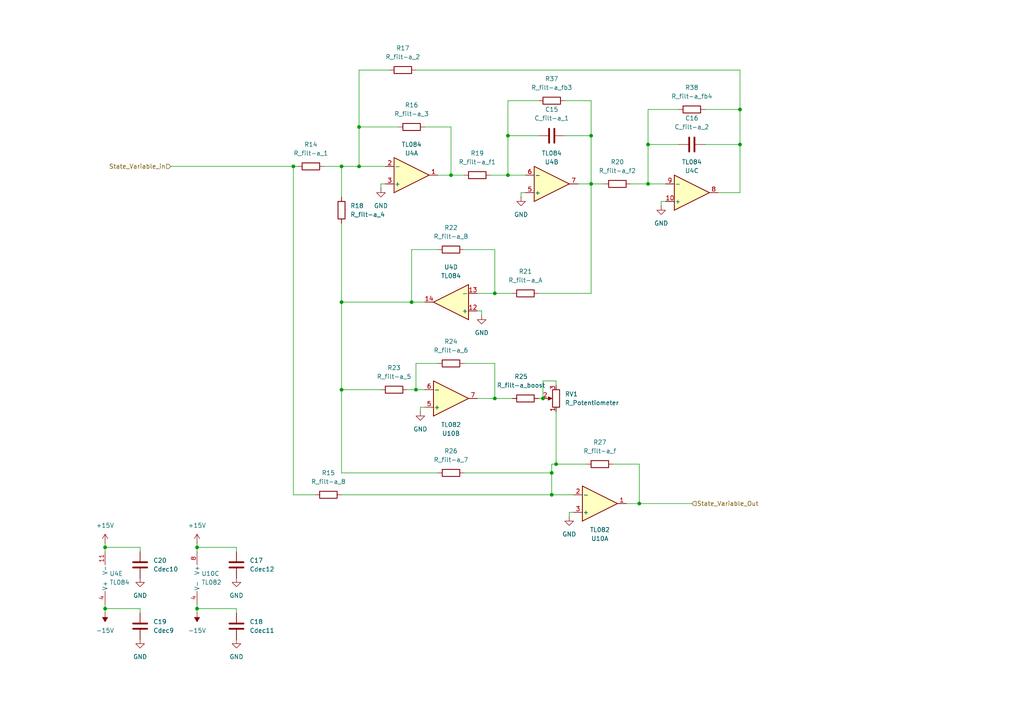
<source format=kicad_sch>
(kicad_sch (version 20231120) (generator "eeschema") (generator_version "8.0")
  (paper "A4")
  (lib_symbols
    (symbol "Amplifier_Operational:TL082" (pin_names (offset 0.127))
      (property "Reference" "U" (at 0 5.08 0))
      (property "Value" "TL082" (at 0 -5.08 0))
      (symbol "TL082_1_1"
        (polyline (pts (xy -5.08 5.08) (xy 5.08 0) (xy -5.08 -5.08) (xy -5.08 5.08)) (stroke (width 0.254)) (fill (type background)))
        (pin output line (at 7.62 0 180) (length 2.54) (name "~") (number "1"))
        (pin input line (at -7.62 -2.54 0) (length 2.54) (name "-") (number "2"))
        (pin input line (at -7.62 2.54 0) (length 2.54) (name "+") (number "3"))
      )
      (symbol "TL082_2_1"
        (polyline (pts (xy -5.08 5.08) (xy 5.08 0) (xy -5.08 -5.08) (xy -5.08 5.08)) (stroke (width 0.254)) (fill (type background)))
        (pin input line (at -7.62 2.54 0) (length 2.54) (name "+") (number "5"))
        (pin input line (at -7.62 -2.54 0) (length 2.54) (name "-") (number "6"))
        (pin output line (at 7.62 0 180) (length 2.54) (name "~") (number "7"))
      )
      (symbol "TL082_3_1"
        (pin power_in line (at -2.54 -7.62 90) (length 3.81) (name "V-") (number "4"))
        (pin power_in line (at -2.54 7.62 270) (length 3.81) (name "V+") (number "8"))
      )
    )
    (symbol "Amplifier_Operational:TL084" (pin_names (offset 0.127))
      (property "Reference" "U" (at 0 5.08 0))
      (property "Value" "TL084" (at 0 -5.08 0))
      (symbol "TL084_1_1"
        (polyline (pts (xy -5.08 5.08) (xy 5.08 0) (xy -5.08 -5.08) (xy -5.08 5.08)) (stroke (width 0.254)) (fill (type background)))
        (pin output line (at 7.62 0 180) (length 2.54) (name "~") (number "1"))
        (pin input line (at -7.62 -2.54 0) (length 2.54) (name "-") (number "2"))
        (pin input line (at -7.62 2.54 0) (length 2.54) (name "+") (number "3"))
      )
      (symbol "TL084_2_1"
        (polyline (pts (xy -5.08 5.08) (xy 5.08 0) (xy -5.08 -5.08) (xy -5.08 5.08)) (stroke (width 0.254)) (fill (type background)))
        (pin input line (at -7.62 2.54 0) (length 2.54) (name "+") (number "5"))
        (pin input line (at -7.62 -2.54 0) (length 2.54) (name "-") (number "6"))
        (pin output line (at 7.62 0 180) (length 2.54) (name "~") (number "7"))
      )
      (symbol "TL084_3_1"
        (polyline (pts (xy -5.08 5.08) (xy 5.08 0) (xy -5.08 -5.08) (xy -5.08 5.08)) (stroke (width 0.254)) (fill (type background)))
        (pin input line (at -7.62 2.54 0) (length 2.54) (name "+") (number "10"))
        (pin output line (at 7.62 0 180) (length 2.54) (name "~") (number "8"))
        (pin input line (at -7.62 -2.54 0) (length 2.54) (name "-") (number "9"))
      )
      (symbol "TL084_4_1"
        (polyline (pts (xy -5.08 5.08) (xy 5.08 0) (xy -5.08 -5.08) (xy -5.08 5.08)) (stroke (width 0.254)) (fill (type background)))
        (pin input line (at -7.62 2.54 0) (length 2.54) (name "+") (number "12"))
        (pin input line (at -7.62 -2.54 0) (length 2.54) (name "-") (number "13"))
        (pin output line (at 7.62 0 180) (length 2.54) (name "~") (number "14"))
      )
      (symbol "TL084_5_1"
        (pin power_in line (at -2.54 -7.62 90) (length 3.81) (name "V-") (number "11"))
        (pin power_in line (at -2.54 7.62 270) (length 3.81) (name "V+") (number "4"))
      )
    )
    (symbol "Device:C" (pin_numbers hide) (pin_names (offset 0.254))
      (property "Reference" "C" (at 0.635 2.54 0))
      (property "Value" "C" (at 0.635 -2.54 0))
      (symbol "C_0_1"
        (polyline (pts (xy -2.032 -0.762) (xy 2.032 -0.762)) (stroke (width 0.508)))
        (polyline (pts (xy -2.032 0.762) (xy 2.032 0.762)) (stroke (width 0.508)))
      )
      (symbol "C_1_1"
        (pin passive line (at 0 3.81 270) (length 2.794) (name "~") (number "1"))
        (pin passive line (at 0 -3.81 90) (length 2.794) (name "~") (number "2"))
      )
    )
    (symbol "Device:R" (pin_numbers hide) (pin_names (offset 0))
      (property "Reference" "R" (at 2.032 0 90))
      (property "Value" "R" (at 0 0 90))
      (symbol "R_0_1"
        (rectangle (start -1.016 -2.54) (end 1.016 2.54) (stroke (width 0.254)))
      )
      (symbol "R_1_1"
        (pin passive line (at 0 3.81 270) (length 1.27) (name "~") (number "1"))
        (pin passive line (at 0 -3.81 90) (length 1.27) (name "~") (number "2"))
      )
    )
    (symbol "Device:R_Potentiometer" (pin_names (offset 1.016) hide)
      (property "Reference" "RV" (at -4.445 0 90))
      (property "Value" "R_Potentiometer" (at -2.54 0 90))
      (symbol "R_Potentiometer_0_1"
        (polyline (pts (xy 2.54 0) (xy 1.524 0)))
        (polyline (pts (xy 1.143 0) (xy 2.286 0.508) (xy 2.286 -0.508) (xy 1.143 0)) (fill (type outline)))
        (rectangle (start 1.016 2.54) (end -1.016 -2.54) (stroke (width 0.254)))
      )
      (symbol "R_Potentiometer_1_1"
        (pin passive line (at 0 3.81 270) (length 1.27) (name "1") (number "1"))
        (pin passive line (at 3.81 0 180) (length 1.27) (name "2") (number "2"))
        (pin passive line (at 0 -3.81 90) (length 1.27) (name "3") (number "3"))
      )
    )
    (symbol "power:+15V" (power) (pin_numbers hide) (pin_names (offset 0) hide)
      (property "Value" "+15V" (at 0 3.556 0))
      (symbol "+15V_0_1"
        (polyline (pts (xy -0.762 1.27) (xy 0 2.54)))
        (polyline (pts (xy 0 0) (xy 0 2.54)))
        (polyline (pts (xy 0 2.54) (xy 0.762 1.27)))
      )
      (symbol "+15V_1_1"
        (pin power_in line (at 0 0 90) (length 0) (name "~") (number "1"))
      )
    )
    (symbol "power:-15V" (power) (pin_numbers hide) (pin_names (offset 0) hide)
      (property "Value" "-15V" (at 0 3.556 0))
      (symbol "-15V_0_0"
        (pin power_in line (at 0 0 90) (length 0) (name "~") (number "1"))
      )
      (symbol "-15V_0_1"
        (polyline (pts (xy 0 0) (xy 0 1.27) (xy 0.762 1.27) (xy 0 2.54) (xy -0.762 1.27) (xy 0 1.27)) (fill (type outline)))
      )
    )
    (symbol "power:GND" (power) (pin_numbers hide) (pin_names (offset 0) hide)
      (property "Value" "GND" (at 0 -3.81 0))
      (symbol "GND_0_1"
        (polyline (pts (xy 0 0) (xy 0 -1.27) (xy 1.27 -1.27) (xy 0 -2.54) (xy -1.27 -1.27) (xy 0 -1.27)))
      )
      (symbol "GND_1_1"
        (pin power_in line (at 0 0 270) (length 0) (name "~") (number "1"))
      )
    )
  )
  (junction (at 104.14 36.83))
  (junction (at 214.63 31.75))
  (junction (at 160.02 143.51))
  (junction (at 57.15 176.53))
  (junction (at 99.06 48.26))
  (junction (at 30.48 176.53))
  (junction (at 171.45 39.37))
  (junction (at 143.51 85.09))
  (junction (at 30.48 158.75))
  (junction (at 120.65 113.03))
  (junction (at 160.02 137.16))
  (junction (at 130.81 50.8))
  (junction (at 157.48 115.57))
  (junction (at 187.96 53.34))
  (junction (at 187.96 41.91))
  (junction (at 161.29 134.62))
  (junction (at 57.15 158.75))
  (junction (at 99.06 87.63))
  (junction (at 85.09 48.26))
  (junction (at 99.06 113.03))
  (junction (at 104.14 48.26))
  (junction (at 171.45 53.34))
  (junction (at 147.32 50.8))
  (junction (at 143.51 115.57))
  (junction (at 119.38 87.63))
  (junction (at 147.32 39.37))
  (junction (at 185.42 146.05))
  (junction (at 214.63 41.91))
  (wire (pts (xy 40.64 158.75) (xy 30.48 158.75)))
  (wire (pts (xy 123.19 36.83) (xy 130.81 36.83)))
  (wire (pts (xy 113.03 20.32) (xy 104.14 20.32)))
  (wire (pts (xy 85.09 143.51) (xy 85.09 48.26)))
  (wire (pts (xy 214.63 20.32) (xy 214.63 31.75)))
  (wire (pts (xy 160.02 134.62) (xy 160.02 137.16)))
  (wire (pts (xy 187.96 53.34) (xy 193.04 53.34)))
  (wire (pts (xy 142.24 50.8) (xy 147.32 50.8)))
  (wire (pts (xy 99.06 137.16) (xy 99.06 113.03)))
  (wire (pts (xy 40.64 176.53) (xy 30.48 176.53)))
  (wire (pts (xy 143.51 85.09) (xy 148.59 85.09)))
  (wire (pts (xy 120.65 105.41) (xy 120.65 113.03)))
  (wire (pts (xy 30.48 176.53) (xy 30.48 175.26)))
  (wire (pts (xy 99.06 57.15) (xy 99.06 48.26)))
  (wire (pts (xy 68.58 158.75) (xy 57.15 158.75)))
  (wire (pts (xy 115.57 36.83) (xy 104.14 36.83)))
  (wire (pts (xy 99.06 48.26) (xy 104.14 48.26)))
  (wire (pts (xy 127 72.39) (xy 119.38 72.39)))
  (wire (pts (xy 171.45 85.09) (xy 171.45 53.34)))
  (wire (pts (xy 151.13 57.15) (xy 151.13 55.88)))
  (wire (pts (xy 143.51 72.39) (xy 143.51 85.09)))
  (wire (pts (xy 99.06 64.77) (xy 99.06 87.63)))
  (wire (pts (xy 214.63 41.91) (xy 214.63 55.88)))
  (wire (pts (xy 120.65 20.32) (xy 214.63 20.32)))
  (wire (pts (xy 134.62 137.16) (xy 160.02 137.16)))
  (wire (pts (xy 171.45 53.34) (xy 175.26 53.34)))
  (wire (pts (xy 130.81 50.8) (xy 134.62 50.8)))
  (wire (pts (xy 40.64 177.8) (xy 40.64 176.53)))
  (wire (pts (xy 147.32 39.37) (xy 147.32 50.8)))
  (wire (pts (xy 157.48 110.49) (xy 157.48 115.57)))
  (wire (pts (xy 127 137.16) (xy 99.06 137.16)))
  (wire (pts (xy 187.96 41.91) (xy 187.96 53.34)))
  (wire (pts (xy 171.45 39.37) (xy 171.45 53.34)))
  (wire (pts (xy 167.64 53.34) (xy 171.45 53.34)))
  (wire (pts (xy 57.15 157.48) (xy 57.15 158.75)))
  (wire (pts (xy 163.83 29.21) (xy 171.45 29.21)))
  (wire (pts (xy 157.48 115.57) (xy 156.21 115.57)))
  (wire (pts (xy 68.58 160.02) (xy 68.58 158.75)))
  (wire (pts (xy 139.7 91.44) (xy 139.7 90.17)))
  (wire (pts (xy 185.42 134.62) (xy 185.42 146.05)))
  (wire (pts (xy 165.1 149.86) (xy 165.1 148.59)))
  (wire (pts (xy 185.42 146.05) (xy 200.66 146.05)))
  (wire (pts (xy 121.92 119.38) (xy 121.92 118.11)))
  (wire (pts (xy 171.45 29.21) (xy 171.45 39.37)))
  (wire (pts (xy 104.14 36.83) (xy 104.14 48.26)))
  (wire (pts (xy 110.49 53.34) (xy 111.76 53.34)))
  (wire (pts (xy 99.06 87.63) (xy 119.38 87.63)))
  (wire (pts (xy 99.06 143.51) (xy 160.02 143.51)))
  (wire (pts (xy 127 105.41) (xy 120.65 105.41)))
  (wire (pts (xy 143.51 115.57) (xy 148.59 115.57)))
  (wire (pts (xy 182.88 53.34) (xy 187.96 53.34)))
  (wire (pts (xy 40.64 160.02) (xy 40.64 158.75)))
  (wire (pts (xy 30.48 157.48) (xy 30.48 158.75)))
  (wire (pts (xy 161.29 134.62) (xy 170.18 134.62)))
  (wire (pts (xy 143.51 105.41) (xy 143.51 115.57)))
  (wire (pts (xy 68.58 176.53) (xy 57.15 176.53)))
  (wire (pts (xy 147.32 29.21) (xy 147.32 39.37)))
  (wire (pts (xy 118.11 113.03) (xy 120.65 113.03)))
  (wire (pts (xy 147.32 50.8) (xy 152.4 50.8)))
  (wire (pts (xy 151.13 55.88) (xy 152.4 55.88)))
  (wire (pts (xy 30.48 158.75) (xy 30.48 160.02)))
  (wire (pts (xy 134.62 72.39) (xy 143.51 72.39)))
  (wire (pts (xy 156.21 29.21) (xy 147.32 29.21)))
  (wire (pts (xy 57.15 177.8) (xy 57.15 176.53)))
  (wire (pts (xy 68.58 177.8) (xy 68.58 176.53)))
  (wire (pts (xy 160.02 137.16) (xy 160.02 143.51)))
  (wire (pts (xy 119.38 72.39) (xy 119.38 87.63)))
  (wire (pts (xy 191.77 59.69) (xy 191.77 58.42)))
  (wire (pts (xy 110.49 113.03) (xy 99.06 113.03)))
  (wire (pts (xy 57.15 176.53) (xy 57.15 175.26)))
  (wire (pts (xy 156.21 85.09) (xy 171.45 85.09)))
  (wire (pts (xy 120.65 113.03) (xy 123.19 113.03)))
  (wire (pts (xy 110.49 54.61) (xy 110.49 53.34)))
  (wire (pts (xy 30.48 177.8) (xy 30.48 176.53)))
  (wire (pts (xy 143.51 115.57) (xy 138.43 115.57)))
  (wire (pts (xy 91.44 143.51) (xy 85.09 143.51)))
  (wire (pts (xy 104.14 48.26) (xy 111.76 48.26)))
  (wire (pts (xy 119.38 87.63) (xy 123.19 87.63)))
  (wire (pts (xy 165.1 148.59) (xy 166.37 148.59)))
  (wire (pts (xy 161.29 119.38) (xy 161.29 134.62)))
  (wire (pts (xy 161.29 110.49) (xy 157.48 110.49)))
  (wire (pts (xy 93.98 48.26) (xy 99.06 48.26)))
  (wire (pts (xy 130.81 36.83) (xy 130.81 50.8)))
  (wire (pts (xy 156.21 39.37) (xy 147.32 39.37)))
  (wire (pts (xy 204.47 31.75) (xy 214.63 31.75)))
  (wire (pts (xy 104.14 20.32) (xy 104.14 36.83)))
  (wire (pts (xy 127 50.8) (xy 130.81 50.8)))
  (wire (pts (xy 196.85 31.75) (xy 187.96 31.75)))
  (wire (pts (xy 163.83 39.37) (xy 171.45 39.37)))
  (wire (pts (xy 49.53 48.26) (xy 85.09 48.26)))
  (wire (pts (xy 161.29 111.76) (xy 161.29 110.49)))
  (wire (pts (xy 57.15 158.75) (xy 57.15 160.02)))
  (wire (pts (xy 85.09 48.26) (xy 86.36 48.26)))
  (wire (pts (xy 139.7 90.17) (xy 138.43 90.17)))
  (wire (pts (xy 177.8 134.62) (xy 185.42 134.62)))
  (wire (pts (xy 214.63 55.88) (xy 208.28 55.88)))
  (wire (pts (xy 134.62 105.41) (xy 143.51 105.41)))
  (wire (pts (xy 191.77 58.42) (xy 193.04 58.42)))
  (wire (pts (xy 196.85 41.91) (xy 187.96 41.91)))
  (wire (pts (xy 160.02 143.51) (xy 166.37 143.51)))
  (wire (pts (xy 160.02 134.62) (xy 161.29 134.62)))
  (wire (pts (xy 138.43 85.09) (xy 143.51 85.09)))
  (wire (pts (xy 185.42 146.05) (xy 181.61 146.05)))
  (wire (pts (xy 121.92 118.11) (xy 123.19 118.11)))
  (wire (pts (xy 214.63 31.75) (xy 214.63 41.91)))
  (wire (pts (xy 99.06 113.03) (xy 99.06 87.63)))
  (wire (pts (xy 204.47 41.91) (xy 214.63 41.91)))
  (wire (pts (xy 187.96 31.75) (xy 187.96 41.91)))
  (hierarchical_label "State_Variable_Out" (shape input) (at 200.66 146.05 0))
  (hierarchical_label "State_Variable_in" (shape input) (at 49.53 48.26 180))
  (symbol (lib_id "Amplifier_Operational:TL084") (at 119.38 50.8 0) (mirror x) (unit 1)
    (property "Reference" "U4" (at 119.38 44.45 0))
    (property "Value" "TL084" (at 119.38 41.91 0))
    (property "Footprint" "Package_DIP:CERDIP-14_W7.62mm_SideBrazed_LongPads_Socket" (effects (hide yes)))
    (property "Datasheet" "http://www.ti.com/lit/ds/symlink/tl081.pdf" (effects (hide yes)))
    (property "Description" "Quad JFET-Input Operational Amplifiers, DIP-14/SOIC-14/SSOP-14" (effects (hide yes)))
  )
  (symbol (lib_id "Device:C") (at 160.02 39.37 90) (unit 1)
    (property "Reference" "C15" (at 160.02 31.75 90))
    (property "Value" "C_filt-a_1" (at 160.02 34.29 90))
    (property "Footprint" "Capacitor_THT:C_Disc_D3.0mm_W1.6mm_P2.50mm" (effects (hide yes)))
    (property "Description" "Unpolarized capacitor" (effects (hide yes)))
  )
  (symbol (lib_id "power:GND") (at 191.77 59.69 0) (unit 1)
    (property "Reference" "#PWR021" (effects (hide yes)))
    (property "Value" "GND" (at 191.77 64.77 0))
    (property "Description" "Power symbol creates a global label with name \"GND\" , ground" (effects (hide yes)))
  )
  (symbol (lib_id "power:GND") (at 68.58 185.42 0) (unit 1)
    (property "Reference" "#PWR032" (effects (hide yes)))
    (property "Value" "GND" (at 68.58 190.5 0))
    (property "Description" "Power symbol creates a global label with name \"GND\" , ground" (effects (hide yes)))
  )
  (symbol (lib_id "Amplifier_Operational:TL084") (at 160.02 53.34 0) (mirror x) (unit 2)
    (property "Reference" "U4" (at 160.02 46.99 0))
    (property "Value" "TL084" (at 160.02 44.45 0))
    (property "Footprint" "Package_DIP:CERDIP-14_W7.62mm_SideBrazed_LongPads_Socket" (effects (hide yes)))
    (property "Datasheet" "http://www.ti.com/lit/ds/symlink/tl081.pdf" (effects (hide yes)))
    (property "Description" "Quad JFET-Input Operational Amplifiers, DIP-14/SOIC-14/SSOP-14" (effects (hide yes)))
  )
  (symbol (lib_id "power:+15V") (at 57.15 157.48 0) (unit 1)
    (property "Reference" "#PWR027" (effects (hide yes)))
    (property "Value" "+15V" (at 57.15 152.4 0))
    (property "Description" "Power symbol creates a global label with name \"+15V\"" (effects (hide yes)))
  )
  (symbol (lib_id "power:GND") (at 139.7 91.44 0) (unit 1)
    (property "Reference" "#PWR024" (effects (hide yes)))
    (property "Value" "GND" (at 139.7 96.52 0))
    (property "Description" "Power symbol creates a global label with name \"GND\" , ground" (effects (hide yes)))
  )
  (symbol (lib_id "Device:R") (at 160.02 29.21 90) (unit 1)
    (property "Reference" "R37" (at 160.02 22.86 90))
    (property "Value" "R_filt-a_fb3" (at 160.02 25.4 90))
    (property "Footprint" "Resistor_THT:R_Axial_DIN0207_L6.3mm_D2.5mm_P10.16mm_Horizontal" (effects (hide yes)))
    (property "Description" "Resistor" (effects (hide yes)))
  )
  (symbol (lib_id "Amplifier_Operational:TL082") (at 130.81 115.57 0) (mirror x) (unit 2)
    (property "Reference" "U10" (at 130.81 125.73 0))
    (property "Value" "TL082" (at 130.81 123.19 0))
    (property "Footprint" "Package_DIP:CERDIP-8_W7.62mm_SideBrazed_LongPads_Socket" (effects (hide yes)))
    (property "Datasheet" "http://www.ti.com/lit/ds/symlink/tl081.pdf" (effects (hide yes)))
    (property "Description" "Dual JFET-Input Operational Amplifiers, DIP-8/SOIC-8/SSOP-8" (effects (hide yes)))
  )
  (symbol (lib_id "Device:R") (at 99.06 60.96 180) (unit 1)
    (property "Reference" "R18" (at 101.6 59.6899 0) (effects (justify right)))
    (property "Value" "R_filt-a_4" (at 101.6 62.2299 0) (effects (justify right)))
    (property "Footprint" "Resistor_THT:R_Axial_DIN0207_L6.3mm_D2.5mm_P10.16mm_Horizontal" (effects (hide yes)))
    (property "Description" "Resistor" (effects (hide yes)))
  )
  (symbol (lib_id "Device:C") (at 68.58 181.61 180) (unit 1)
    (property "Reference" "C18" (at 72.39 180.3399 0) (effects (justify right)))
    (property "Value" "Cdec11" (at 72.39 182.8799 0) (effects (justify right)))
    (property "Footprint" "Capacitor_THT:C_Disc_D3.0mm_W1.6mm_P2.50mm" (effects (hide yes)))
    (property "Description" "Unpolarized capacitor" (effects (hide yes)))
  )
  (symbol (lib_id "power:GND") (at 151.13 57.15 0) (unit 1)
    (property "Reference" "#PWR022" (effects (hide yes)))
    (property "Value" "GND" (at 151.13 62.23 0))
    (property "Description" "Power symbol creates a global label with name \"GND\" , ground" (effects (hide yes)))
  )
  (symbol (lib_id "Device:R") (at 95.25 143.51 90) (unit 1)
    (property "Reference" "R15" (at 95.25 137.16 90))
    (property "Value" "R_filt-a_8" (at 95.25 139.7 90))
    (property "Footprint" "Resistor_THT:R_Axial_DIN0207_L6.3mm_D2.5mm_P10.16mm_Horizontal" (effects (hide yes)))
    (property "Description" "Resistor" (effects (hide yes)))
  )
  (symbol (lib_id "Device:R") (at 116.84 20.32 90) (unit 1)
    (property "Reference" "R17" (at 116.84 13.97 90))
    (property "Value" "R_filt-a_2" (at 116.84 16.51 90))
    (property "Footprint" "Resistor_THT:R_Axial_DIN0207_L6.3mm_D2.5mm_P10.16mm_Horizontal" (effects (hide yes)))
    (property "Description" "Resistor" (effects (hide yes)))
  )
  (symbol (lib_id "Device:C") (at 40.64 163.83 180) (unit 1)
    (property "Reference" "C20" (at 44.45 162.5599 0) (effects (justify right)))
    (property "Value" "Cdec10" (at 44.45 165.0999 0) (effects (justify right)))
    (property "Footprint" "Capacitor_THT:C_Disc_D3.0mm_W1.6mm_P2.50mm" (effects (hide yes)))
    (property "Description" "Unpolarized capacitor" (effects (hide yes)))
  )
  (symbol (lib_id "power:GND") (at 40.64 185.42 0) (unit 1)
    (property "Reference" "#PWR033" (effects (hide yes)))
    (property "Value" "GND" (at 40.64 190.5 0))
    (property "Description" "Power symbol creates a global label with name \"GND\" , ground" (effects (hide yes)))
  )
  (symbol (lib_id "power:GND") (at 40.64 167.64 0) (unit 1)
    (property "Reference" "#PWR034" (effects (hide yes)))
    (property "Value" "GND" (at 40.64 172.72 0))
    (property "Description" "Power symbol creates a global label with name \"GND\" , ground" (effects (hide yes)))
  )
  (symbol (lib_id "Device:R") (at 130.81 72.39 90) (unit 1)
    (property "Reference" "R22" (at 130.81 66.04 90))
    (property "Value" "R_filt-a_B" (at 130.81 68.58 90))
    (property "Footprint" "Resistor_THT:R_Axial_DIN0207_L6.3mm_D2.5mm_P10.16mm_Horizontal" (effects (hide yes)))
    (property "Description" "Resistor" (effects (hide yes)))
  )
  (symbol (lib_id "Device:R") (at 138.43 50.8 90) (unit 1)
    (property "Reference" "R19" (at 138.43 44.45 90))
    (property "Value" "R_filt-a_f1" (at 138.43 46.99 90))
    (property "Footprint" "Resistor_THT:R_Axial_DIN0207_L6.3mm_D2.5mm_P10.16mm_Horizontal" (effects (hide yes)))
    (property "Description" "Resistor" (effects (hide yes)))
  )
  (symbol (lib_id "Device:R") (at 119.38 36.83 90) (unit 1)
    (property "Reference" "R16" (at 119.38 30.48 90))
    (property "Value" "R_filt-a_3" (at 119.38 33.02 90))
    (property "Footprint" "Resistor_THT:R_Axial_DIN0207_L6.3mm_D2.5mm_P10.16mm_Horizontal" (effects (hide yes)))
    (property "Description" "Resistor" (effects (hide yes)))
  )
  (symbol (lib_id "power:-15V") (at 30.48 177.8 180) (unit 1)
    (property "Reference" "#PWR029" (effects (hide yes)))
    (property "Value" "-15V" (at 30.48 182.88 0))
    (property "Description" "Power symbol creates a global label with name \"-15V\"" (effects (hide yes)))
  )
  (symbol (lib_id "power:-15V") (at 57.15 177.8 180) (unit 1)
    (property "Reference" "#PWR030" (effects (hide yes)))
    (property "Value" "-15V" (at 57.15 182.88 0))
    (property "Description" "Power symbol creates a global label with name \"-15V\"" (effects (hide yes)))
  )
  (symbol (lib_id "power:+15V") (at 30.48 157.48 0) (unit 1)
    (property "Reference" "#PWR028" (effects (hide yes)))
    (property "Value" "+15V" (at 30.48 152.4 0))
    (property "Description" "Power symbol creates a global label with name \"+15V\"" (effects (hide yes)))
  )
  (symbol (lib_id "Device:C") (at 68.58 163.83 180) (unit 1)
    (property "Reference" "C17" (at 72.39 162.5599 0) (effects (justify right)))
    (property "Value" "Cdec12" (at 72.39 165.0999 0) (effects (justify right)))
    (property "Footprint" "Capacitor_THT:C_Disc_D3.0mm_W1.6mm_P2.50mm" (effects (hide yes)))
    (property "Description" "Unpolarized capacitor" (effects (hide yes)))
  )
  (symbol (lib_id "power:GND") (at 110.49 54.61 0) (unit 1)
    (property "Reference" "#PWR023" (effects (hide yes)))
    (property "Value" "GND" (at 110.49 59.69 0))
    (property "Description" "Power symbol creates a global label with name \"GND\" , ground" (effects (hide yes)))
  )
  (symbol (lib_id "Device:R") (at 130.81 137.16 90) (unit 1)
    (property "Reference" "R26" (at 130.81 130.81 90))
    (property "Value" "R_filt-a_7" (at 130.81 133.35 90))
    (property "Footprint" "Resistor_THT:R_Axial_DIN0207_L6.3mm_D2.5mm_P10.16mm_Horizontal" (effects (hide yes)))
    (property "Description" "Resistor" (effects (hide yes)))
  )
  (symbol (lib_id "Device:R") (at 90.17 48.26 90) (unit 1)
    (property "Reference" "R14" (at 90.17 41.91 90))
    (property "Value" "R_filt-a_1" (at 90.17 44.45 90))
    (property "Footprint" "Resistor_THT:R_Axial_DIN0207_L6.3mm_D2.5mm_P10.16mm_Horizontal" (effects (hide yes)))
    (property "Description" "Resistor" (effects (hide yes)))
  )
  (symbol (lib_id "power:GND") (at 121.92 119.38 0) (unit 1)
    (property "Reference" "#PWR025" (effects (hide yes)))
    (property "Value" "GND" (at 121.92 124.46 0))
    (property "Description" "Power symbol creates a global label with name \"GND\" , ground" (effects (hide yes)))
  )
  (symbol (lib_id "Device:C") (at 200.66 41.91 90) (unit 1)
    (property "Reference" "C16" (at 200.66 34.29 90))
    (property "Value" "C_filt-a_2" (at 200.66 36.83 90))
    (property "Footprint" "Capacitor_THT:C_Disc_D3.0mm_W1.6mm_P2.50mm" (effects (hide yes)))
    (property "Description" "Unpolarized capacitor" (effects (hide yes)))
  )
  (symbol (lib_id "Amplifier_Operational:TL082") (at 173.99 146.05 0) (mirror x) (unit 1)
    (property "Reference" "U10" (at 173.99 156.21 0))
    (property "Value" "TL082" (at 173.99 153.67 0))
    (property "Footprint" "Package_DIP:CERDIP-8_W7.62mm_SideBrazed_LongPads_Socket" (effects (hide yes)))
    (property "Datasheet" "http://www.ti.com/lit/ds/symlink/tl081.pdf" (effects (hide yes)))
    (property "Description" "Dual JFET-Input Operational Amplifiers, DIP-8/SOIC-8/SSOP-8" (effects (hide yes)))
  )
  (symbol (lib_id "Device:C") (at 40.64 181.61 180) (unit 1)
    (property "Reference" "C19" (at 44.45 180.3399 0) (effects (justify right)))
    (property "Value" "Cdec9" (at 44.45 182.8799 0) (effects (justify right)))
    (property "Footprint" "Capacitor_THT:C_Disc_D3.0mm_W1.6mm_P2.50mm" (effects (hide yes)))
    (property "Description" "Unpolarized capacitor" (effects (hide yes)))
  )
  (symbol (lib_id "Device:R_Potentiometer") (at 161.29 115.57 180) (unit 1)
    (property "Reference" "RV1" (at 163.83 114.2999 0) (effects (justify right)))
    (property "Value" "R_Potentiometer" (at 163.83 116.8399 0) (effects (justify right)))
    (property "Footprint" "Custom_parts:Trim Pot" (effects (hide yes)))
    (property "Description" "Potentiometer" (effects (hide yes)))
  )
  (symbol (lib_id "Device:R") (at 179.07 53.34 90) (unit 1)
    (property "Reference" "R20" (at 179.07 46.99 90))
    (property "Value" "R_filt-a_f2" (at 179.07 49.53 90))
    (property "Footprint" "Resistor_THT:R_Axial_DIN0207_L6.3mm_D2.5mm_P10.16mm_Horizontal" (effects (hide yes)))
    (property "Description" "Resistor" (effects (hide yes)))
  )
  (symbol (lib_id "Amplifier_Operational:TL082") (at 59.69 167.64 0) (unit 3)
    (property "Reference" "U10" (at 58.42 166.3699 0) (effects (justify left)))
    (property "Value" "TL082" (at 58.42 168.9099 0) (effects (justify left)))
    (property "Footprint" "Package_DIP:CERDIP-8_W7.62mm_SideBrazed_LongPads_Socket" (effects (hide yes)))
    (property "Datasheet" "http://www.ti.com/lit/ds/symlink/tl081.pdf" (effects (hide yes)))
    (property "Description" "Dual JFET-Input Operational Amplifiers, DIP-8/SOIC-8/SSOP-8" (effects (hide yes)))
  )
  (symbol (lib_id "Device:R") (at 173.99 134.62 90) (unit 1)
    (property "Reference" "R27" (at 173.99 128.27 90))
    (property "Value" "R_filt-a_f" (at 173.99 130.81 90))
    (property "Footprint" "Resistor_THT:R_Axial_DIN0207_L6.3mm_D2.5mm_P10.16mm_Horizontal" (effects (hide yes)))
    (property "Description" "Resistor" (effects (hide yes)))
  )
  (symbol (lib_id "power:GND") (at 68.58 167.64 0) (unit 1)
    (property "Reference" "#PWR031" (effects (hide yes)))
    (property "Value" "GND" (at 68.58 172.72 0))
    (property "Description" "Power symbol creates a global label with name \"GND\" , ground" (effects (hide yes)))
  )
  (symbol (lib_id "Device:R") (at 200.66 31.75 90) (unit 1)
    (property "Reference" "R38" (at 200.66 25.4 90))
    (property "Value" "R_filt-a_fb4" (at 200.66 27.94 90))
    (property "Footprint" "Resistor_THT:R_Axial_DIN0207_L6.3mm_D2.5mm_P10.16mm_Horizontal" (effects (hide yes)))
    (property "Description" "Resistor" (effects (hide yes)))
  )
  (symbol (lib_id "Device:R") (at 152.4 85.09 90) (unit 1)
    (property "Reference" "R21" (at 152.4 78.74 90))
    (property "Value" "R_filt-a_A" (at 152.4 81.28 90))
    (property "Footprint" "Resistor_THT:R_Axial_DIN0207_L6.3mm_D2.5mm_P10.16mm_Horizontal" (effects (hide yes)))
    (property "Description" "Resistor" (effects (hide yes)))
  )
  (symbol (lib_id "Device:R") (at 114.3 113.03 90) (unit 1)
    (property "Reference" "R23" (at 114.3 106.68 90))
    (property "Value" "R_filt-a_5" (at 114.3 109.22 90))
    (property "Footprint" "Resistor_THT:R_Axial_DIN0207_L6.3mm_D2.5mm_P10.16mm_Horizontal" (effects (hide yes)))
    (property "Description" "Resistor" (effects (hide yes)))
  )
  (symbol (lib_id "Device:R") (at 130.81 105.41 90) (unit 1)
    (property "Reference" "R24" (at 130.81 99.06 90))
    (property "Value" "R_filt-a_6" (at 130.81 101.6 90))
    (property "Footprint" "Resistor_THT:R_Axial_DIN0207_L6.3mm_D2.5mm_P10.16mm_Horizontal" (effects (hide yes)))
    (property "Description" "Resistor" (effects (hide yes)))
  )
  (symbol (lib_id "power:GND") (at 165.1 149.86 0) (unit 1)
    (property "Reference" "#PWR026" (effects (hide yes)))
    (property "Value" "GND" (at 165.1 154.94 0))
    (property "Description" "Power symbol creates a global label with name \"GND\" , ground" (effects (hide yes)))
  )
  (symbol (lib_id "Amplifier_Operational:TL084") (at 130.81 87.63 180) (unit 4)
    (property "Reference" "U4" (at 130.81 77.47 0))
    (property "Value" "TL084" (at 130.81 80.01 0))
    (property "Footprint" "Package_DIP:CERDIP-14_W7.62mm_SideBrazed_LongPads_Socket" (effects (hide yes)))
    (property "Datasheet" "http://www.ti.com/lit/ds/symlink/tl081.pdf" (effects (hide yes)))
    (property "Description" "Quad JFET-Input Operational Amplifiers, DIP-14/SOIC-14/SSOP-14" (effects (hide yes)))
  )
  (symbol (lib_id "Device:R") (at 152.4 115.57 90) (unit 1)
    (property "Reference" "R25" (at 151.13 109.22 90))
    (property "Value" "R_filt-a_boost" (at 151.13 111.76 90))
    (property "Footprint" "Resistor_THT:R_Axial_DIN0207_L6.3mm_D2.5mm_P10.16mm_Horizontal" (effects (hide yes)))
    (property "Description" "Resistor" (effects (hide yes)))
  )
  (symbol (lib_id "Amplifier_Operational:TL084") (at 200.66 55.88 0) (mirror x) (unit 3)
    (property "Reference" "U4" (at 200.66 49.53 0))
    (property "Value" "TL084" (at 200.66 46.99 0))
    (property "Footprint" "Package_DIP:CERDIP-14_W7.62mm_SideBrazed_LongPads_Socket" (effects (hide yes)))
    (property "Datasheet" "http://www.ti.com/lit/ds/symlink/tl081.pdf" (effects (hide yes)))
    (property "Description" "Quad JFET-Input Operational Amplifiers, DIP-14/SOIC-14/SSOP-14" (effects (hide yes)))
  )
  (symbol (lib_id "Amplifier_Operational:TL084") (at 27.94 167.64 180) (unit 5)
    (property "Reference" "U4" (at 31.75 166.3699 0) (effects (justify right)))
    (property "Value" "TL084" (at 31.75 168.9099 0) (effects (justify right)))
    (property "Footprint" "Package_DIP:CERDIP-14_W7.62mm_SideBrazed_LongPads_Socket" (effects (hide yes)))
    (property "Datasheet" "http://www.ti.com/lit/ds/symlink/tl081.pdf" (effects (hide yes)))
    (property "Description" "Quad JFET-Input Operational Amplifiers, DIP-14/SOIC-14/SSOP-14" (effects (hide yes)))
  )
)
</source>
